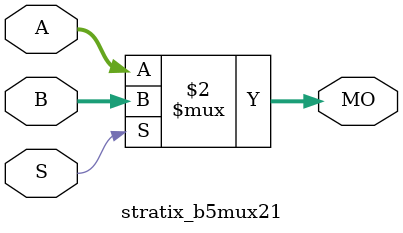
<source format=v>
module stratix_b5mux21 (MO, A, B, S);
   input [4:0] A, B;
   input       S;
   output [4:0] MO; 
   assign MO = (S == 1) ? B : A; 
endmodule
</source>
